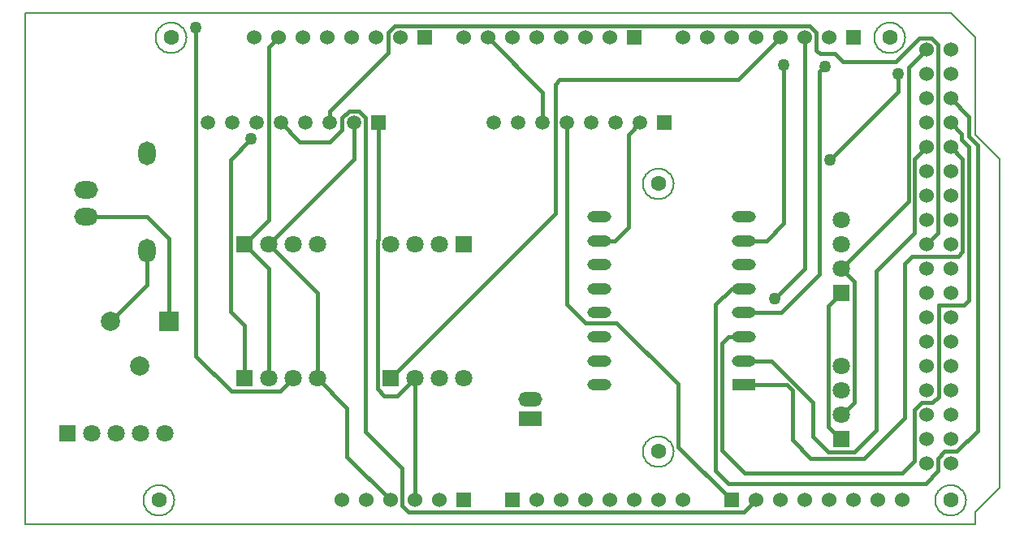
<source format=gtl>
%FSTAX23Y23*%
%MOIN*%
%SFA1B1*%

%IPPOS*%
%ADD10C,0.015000*%
%ADD11C,0.005000*%
%ADD12C,0.059000*%
%ADD13R,0.059000X0.059000*%
%ADD14C,0.071000*%
%ADD15R,0.071000X0.071000*%
%ADD16R,0.098000X0.047000*%
%ADD17O,0.098000X0.047000*%
%ADD18C,0.060000*%
%ADD19R,0.079000X0.079000*%
%ADD20C,0.079000*%
%ADD21O,0.071000X0.098000*%
%ADD22O,0.098000X0.071000*%
%ADD23R,0.060000X0.060000*%
%ADD24R,0.071000X0.071000*%
%ADD25C,0.063000*%
%ADD26R,0.098000X0.059000*%
%ADD27O,0.098000X0.059000*%
%ADD28C,0.050000*%
%LNdrivecontroller-1*%
%LPD*%
G54D10*
X03077Y00927D02*
X032Y0105D01*
Y02*
X00702Y00692D02*
Y02041D01*
Y00692D02*
X00847Y00547D01*
X01047*
X011Y006*
X037Y0115D02*
X03748Y01198D01*
Y0197*
X0372Y01998D02*
X03748Y0197D01*
X03671Y01998D02*
X0372D01*
X03575Y01902D02*
X03671Y01998D01*
X03357Y01902D02*
X03575D01*
X03325Y01934D02*
X03357Y01902D01*
X03264Y01934D02*
X03325D01*
X03249Y01949D02*
X03264Y01934D01*
X03249Y01949D02*
Y0202D01*
X03221Y02048D02*
X03249Y0202D01*
X01518Y02048D02*
X03221D01*
X0149Y0202D02*
X01518Y02048D01*
X0149Y01939D02*
Y0202D01*
X0125Y01699D02*
X0149Y01939D01*
X0125Y0165D02*
Y01699D01*
X03652Y01503D02*
X037Y0155D01*
X03652Y01199D02*
Y01503D01*
X03495Y01041D02*
X03652Y01199D01*
X03495Y00389D02*
Y01041D01*
X03403Y00297D02*
X03495Y00389D01*
X03297Y00297D02*
X03403D01*
X03233Y00361D02*
X03297Y00297D01*
X03233Y00361D02*
Y00503D01*
X03063Y00673D02*
X03233Y00503D01*
X0295Y00673D02*
X03063D01*
X029Y00969D02*
X0295D01*
X02835Y00904D02*
X029Y00969D01*
X02835Y0022D02*
Y00904D01*
Y0022D02*
X02887Y00168D01*
X03696*
X03748Y0022*
Y00273*
X03775Y003*
X03824*
X0391Y00386*
Y01558*
X03874Y01594D02*
X0391Y01558D01*
X03874Y01594D02*
Y01676D01*
X038Y0175D02*
X03874Y01676D01*
X0295Y01166D02*
X03043D01*
X03114Y01237*
Y01887*
X03305Y01498D02*
X03585Y01778D01*
Y0185*
X03297Y00403D02*
X0335Y0035D01*
X03297Y00403D02*
Y00897D01*
X0335Y0095*
X009Y0115D02*
X01Y0125D01*
Y0196*
X0104Y02*
X01Y006D02*
Y0105D01*
X009Y0115D02*
X01Y0105D01*
X012Y006D02*
Y0095D01*
X01Y0115D02*
X012Y0095D01*
X005Y00985D02*
Y01125D01*
X0035Y00835D02*
X005Y00985D01*
X0105Y0165D02*
X01129Y01571D01*
X0125*
X01302Y01623*
Y0167*
X0133Y01698*
X0137*
X01398Y0167*
Y00382D02*
Y0167D01*
Y00382D02*
X01549Y00231D01*
Y00078D02*
Y00231D01*
Y00078D02*
X01575Y00052D01*
X02952*
X03Y001*
X012Y006D02*
X01321Y00479D01*
Y00279D02*
Y00479D01*
Y00279D02*
X015Y001D01*
X02927Y01827D02*
X031Y02D01*
X02195Y01827D02*
X02927D01*
X02177Y01809D02*
X02195Y01827D01*
X02177Y01277D02*
Y01809D01*
X015Y006D02*
X02177Y01277D01*
X0295Y0087D02*
X03104D01*
X03262Y01028*
Y01862*
X03283Y01883*
X02225Y00904D02*
Y0165D01*
Y00904D02*
X023Y00829D01*
X02429*
X02681Y00577*
Y00319D02*
Y00577D01*
Y00319D02*
X029Y001D01*
X0145Y01171D02*
Y0165D01*
X01447Y01168D02*
X0145Y01171D01*
X01447Y00557D02*
Y01168D01*
Y00557D02*
X01475Y00529D01*
X01529*
X016Y006*
X0295Y00575D02*
X03126D01*
X0315Y00551*
Y00347D02*
Y00551D01*
Y00347D02*
X03225Y00272D01*
X03443*
X0361Y00439*
Y0107*
X03642Y01102*
X0383*
X03848Y0112*
Y01502*
X038Y0155D02*
X03848Y01502D01*
X02887Y00772D02*
X0295D01*
X0286Y00745D02*
X02887Y00772D01*
X0286Y00304D02*
Y00745D01*
Y00304D02*
X02954Y0021D01*
X036*
X03652Y00262*
Y0047*
X03682Y005*
X03725*
X0375Y00525*
Y009*
X03752Y00902*
X03855*
X03873Y0092*
Y01552*
X03844Y01581D02*
X03873Y01552D01*
X03844Y01581D02*
Y01606D01*
X038Y0165D02*
X03844Y01606D01*
X009Y006D02*
Y00818D01*
X00843Y00875D02*
X009Y00818D01*
X00843Y00875D02*
Y01499D01*
X00929Y01585*
X0335Y0105D02*
X03628Y01327D01*
Y01878*
X037Y0195*
X02125Y0165D02*
Y01775D01*
X019Y02D02*
X02125Y01775D01*
X0059Y00835D02*
Y01175D01*
X005Y01265D02*
X0059Y01175D01*
X0025Y01265D02*
X005D01*
X0135Y015D02*
Y0165D01*
X01Y0115D02*
X0135Y015D01*
X02476Y01601D02*
X02525Y0165D01*
X02476Y0122D02*
Y01601D01*
X02422Y01166D02*
X02476Y0122D01*
X02359Y01166D02*
X02422D01*
X0335Y0105D02*
X03403Y00997D01*
Y00503D02*
Y00997D01*
X0335Y0045D02*
X03403Y00503D01*
X016Y001D02*
Y006D01*
G54D11*
X03863Y001D02*
D01*
X03862Y00104*
X03862Y00108*
X03861Y00113*
X0386Y00117*
X03859Y00121*
X03857Y00125*
X03855Y00129*
X03853Y00133*
X0385Y00137*
X03848Y0014*
X03845Y00143*
X03842Y00146*
X03838Y00149*
X03835Y00152*
X03831Y00154*
X03827Y00156*
X03823Y00158*
X03819Y00159*
X03815Y00161*
X0381Y00162*
X03806Y00162*
X03802Y00162*
X03797*
X03793Y00162*
X03789Y00162*
X03784Y00161*
X0378Y00159*
X03776Y00158*
X03772Y00156*
X03768Y00154*
X03764Y00152*
X03761Y00149*
X03757Y00146*
X03754Y00143*
X03751Y0014*
X03749Y00137*
X03746Y00133*
X03744Y00129*
X03742Y00125*
X0374Y00121*
X03739Y00117*
X03738Y00113*
X03737Y00108*
X03737Y00104*
X03737Y001*
X03737Y00095*
X03737Y00091*
X03738Y00086*
X03739Y00082*
X0374Y00078*
X03742Y00074*
X03744Y0007*
X03746Y00066*
X03749Y00062*
X03751Y00059*
X03754Y00056*
X03757Y00053*
X03761Y0005*
X03764Y00047*
X03768Y00045*
X03772Y00043*
X03776Y00041*
X0378Y0004*
X03784Y00038*
X03789Y00037*
X03793Y00037*
X03797Y00037*
X03802*
X03806Y00037*
X0381Y00037*
X03815Y00038*
X03819Y0004*
X03823Y00041*
X03827Y00043*
X03831Y00045*
X03835Y00047*
X03838Y0005*
X03842Y00053*
X03845Y00056*
X03848Y00059*
X0385Y00062*
X03853Y00066*
X03855Y0007*
X03857Y00074*
X03859Y00078*
X0386Y00082*
X03861Y00086*
X03862Y00091*
X03862Y00095*
X03863Y001*
X03613Y02D02*
D01*
X03612Y02004*
X03612Y02008*
X03611Y02013*
X0361Y02017*
X03609Y02021*
X03607Y02025*
X03605Y02029*
X03603Y02033*
X036Y02037*
X03598Y0204*
X03595Y02043*
X03592Y02046*
X03588Y02049*
X03585Y02052*
X03581Y02054*
X03577Y02056*
X03573Y02058*
X03569Y02059*
X03565Y02061*
X0356Y02062*
X03556Y02062*
X03552Y02062*
X03547*
X03543Y02062*
X03539Y02062*
X03534Y02061*
X0353Y02059*
X03526Y02058*
X03522Y02056*
X03518Y02054*
X03514Y02052*
X03511Y02049*
X03507Y02046*
X03504Y02043*
X03501Y0204*
X03499Y02037*
X03496Y02033*
X03494Y02029*
X03492Y02025*
X0349Y02021*
X03489Y02017*
X03488Y02013*
X03487Y02008*
X03487Y02004*
X03487Y02*
X03487Y01995*
X03487Y01991*
X03488Y01986*
X03489Y01982*
X0349Y01978*
X03492Y01974*
X03494Y0197*
X03496Y01966*
X03499Y01962*
X03501Y01959*
X03504Y01956*
X03507Y01953*
X03511Y0195*
X03514Y01947*
X03518Y01945*
X03522Y01943*
X03526Y01941*
X0353Y0194*
X03534Y01938*
X03539Y01937*
X03543Y01937*
X03547Y01937*
X03552*
X03556Y01937*
X0356Y01937*
X03565Y01938*
X03569Y0194*
X03573Y01941*
X03577Y01943*
X03581Y01945*
X03585Y01947*
X03588Y0195*
X03592Y01953*
X03595Y01956*
X03598Y01959*
X036Y01962*
X03603Y01966*
X03605Y0197*
X03607Y01974*
X03609Y01978*
X0361Y01982*
X03611Y01986*
X03612Y01991*
X03612Y01995*
X03613Y02*
X02663Y014D02*
D01*
X02662Y01404*
X02662Y01408*
X02661Y01413*
X0266Y01417*
X02659Y01421*
X02657Y01425*
X02655Y01429*
X02653Y01433*
X0265Y01437*
X02648Y0144*
X02645Y01443*
X02642Y01446*
X02638Y01449*
X02635Y01452*
X02631Y01454*
X02627Y01456*
X02623Y01458*
X02619Y01459*
X02615Y01461*
X0261Y01462*
X02606Y01462*
X02602Y01462*
X02597*
X02593Y01462*
X02589Y01462*
X02584Y01461*
X0258Y01459*
X02576Y01458*
X02572Y01456*
X02568Y01454*
X02564Y01452*
X02561Y01449*
X02557Y01446*
X02554Y01443*
X02551Y0144*
X02549Y01437*
X02546Y01433*
X02544Y01429*
X02542Y01425*
X0254Y01421*
X02539Y01417*
X02538Y01413*
X02537Y01408*
X02537Y01404*
X02537Y014*
X02537Y01395*
X02537Y01391*
X02538Y01386*
X02539Y01382*
X0254Y01378*
X02542Y01374*
X02544Y0137*
X02546Y01366*
X02549Y01362*
X02551Y01359*
X02554Y01356*
X02557Y01353*
X02561Y0135*
X02564Y01347*
X02568Y01345*
X02572Y01343*
X02576Y01341*
X0258Y0134*
X02584Y01338*
X02589Y01337*
X02593Y01337*
X02597Y01337*
X02602*
X02606Y01337*
X0261Y01337*
X02615Y01338*
X02619Y0134*
X02623Y01341*
X02627Y01343*
X02631Y01345*
X02635Y01347*
X02638Y0135*
X02642Y01353*
X02645Y01356*
X02648Y01359*
X0265Y01362*
X02653Y01366*
X02655Y0137*
X02657Y01374*
X02659Y01378*
X0266Y01382*
X02661Y01386*
X02662Y01391*
X02662Y01395*
X02663Y014*
X00613Y001D02*
D01*
X00612Y00104*
X00612Y00108*
X00611Y00113*
X0061Y00117*
X00609Y00121*
X00607Y00125*
X00605Y00129*
X00603Y00133*
X006Y00137*
X00598Y0014*
X00595Y00143*
X00592Y00146*
X00588Y00149*
X00585Y00152*
X00581Y00154*
X00577Y00156*
X00573Y00158*
X00569Y00159*
X00565Y00161*
X0056Y00162*
X00556Y00162*
X00552Y00162*
X00547*
X00543Y00162*
X00539Y00162*
X00534Y00161*
X0053Y00159*
X00526Y00158*
X00522Y00156*
X00518Y00154*
X00514Y00152*
X00511Y00149*
X00507Y00146*
X00504Y00143*
X00501Y0014*
X00499Y00137*
X00496Y00133*
X00494Y00129*
X00492Y00125*
X0049Y00121*
X00489Y00117*
X00488Y00113*
X00487Y00108*
X00487Y00104*
X00487Y001*
X00487Y00095*
X00487Y00091*
X00488Y00086*
X00489Y00082*
X0049Y00078*
X00492Y00074*
X00494Y0007*
X00496Y00066*
X00499Y00062*
X00501Y00059*
X00504Y00056*
X00507Y00053*
X00511Y0005*
X00514Y00047*
X00518Y00045*
X00522Y00043*
X00526Y00041*
X0053Y0004*
X00534Y00038*
X00539Y00037*
X00543Y00037*
X00547Y00037*
X00552*
X00556Y00037*
X0056Y00037*
X00565Y00038*
X00569Y0004*
X00573Y00041*
X00577Y00043*
X00581Y00045*
X00585Y00047*
X00588Y0005*
X00592Y00053*
X00595Y00056*
X00598Y00059*
X006Y00062*
X00603Y00066*
X00605Y0007*
X00607Y00074*
X00609Y00078*
X0061Y00082*
X00611Y00086*
X00612Y00091*
X00612Y00095*
X00613Y001*
X02663Y003D02*
D01*
X02662Y00304*
X02662Y00308*
X02661Y00313*
X0266Y00317*
X02659Y00321*
X02657Y00325*
X02655Y00329*
X02653Y00333*
X0265Y00337*
X02648Y0034*
X02645Y00343*
X02642Y00346*
X02638Y00349*
X02635Y00352*
X02631Y00354*
X02627Y00356*
X02623Y00358*
X02619Y00359*
X02615Y00361*
X0261Y00362*
X02606Y00362*
X02602Y00362*
X02597*
X02593Y00362*
X02589Y00362*
X02584Y00361*
X0258Y00359*
X02576Y00358*
X02572Y00356*
X02568Y00354*
X02564Y00352*
X02561Y00349*
X02557Y00346*
X02554Y00343*
X02551Y0034*
X02549Y00337*
X02546Y00333*
X02544Y00329*
X02542Y00325*
X0254Y00321*
X02539Y00317*
X02538Y00313*
X02537Y00308*
X02537Y00304*
X02537Y003*
X02537Y00295*
X02537Y00291*
X02538Y00286*
X02539Y00282*
X0254Y00278*
X02542Y00274*
X02544Y0027*
X02546Y00266*
X02549Y00262*
X02551Y00259*
X02554Y00256*
X02557Y00253*
X02561Y0025*
X02564Y00247*
X02568Y00245*
X02572Y00243*
X02576Y00241*
X0258Y0024*
X02584Y00238*
X02589Y00237*
X02593Y00237*
X02597Y00237*
X02602*
X02606Y00237*
X0261Y00237*
X02615Y00238*
X02619Y0024*
X02623Y00241*
X02627Y00243*
X02631Y00245*
X02635Y00247*
X02638Y0025*
X02642Y00253*
X02645Y00256*
X02648Y00259*
X0265Y00262*
X02653Y00266*
X02655Y0027*
X02657Y00274*
X02659Y00278*
X0266Y00282*
X02661Y00286*
X02662Y00291*
X02662Y00295*
X02663Y003*
X00663Y02D02*
D01*
X00662Y02004*
X00662Y02008*
X00661Y02013*
X0066Y02017*
X00659Y02021*
X00657Y02025*
X00655Y02029*
X00653Y02033*
X0065Y02037*
X00648Y0204*
X00645Y02043*
X00642Y02046*
X00638Y02049*
X00635Y02052*
X00631Y02054*
X00627Y02056*
X00623Y02058*
X00619Y02059*
X00615Y02061*
X0061Y02062*
X00606Y02062*
X00602Y02062*
X00597*
X00593Y02062*
X00589Y02062*
X00584Y02061*
X0058Y02059*
X00576Y02058*
X00572Y02056*
X00568Y02054*
X00564Y02052*
X00561Y02049*
X00557Y02046*
X00554Y02043*
X00551Y0204*
X00549Y02037*
X00546Y02033*
X00544Y02029*
X00542Y02025*
X0054Y02021*
X00539Y02017*
X00538Y02013*
X00537Y02008*
X00537Y02004*
X00537Y02*
X00537Y01995*
X00537Y01991*
X00538Y01986*
X00539Y01982*
X0054Y01978*
X00542Y01974*
X00544Y0197*
X00546Y01966*
X00549Y01962*
X00551Y01959*
X00554Y01956*
X00557Y01953*
X00561Y0195*
X00564Y01947*
X00568Y01945*
X00572Y01943*
X00576Y01941*
X0058Y0194*
X00584Y01938*
X00589Y01937*
X00593Y01937*
X00597Y01937*
X00602*
X00606Y01937*
X0061Y01937*
X00615Y01938*
X00619Y0194*
X00623Y01941*
X00627Y01943*
X00631Y01945*
X00635Y01947*
X00638Y0195*
X00642Y01953*
X00645Y01956*
X00648Y01959*
X0065Y01962*
X00653Y01966*
X00655Y0197*
X00657Y01974*
X00659Y01978*
X0066Y01982*
X00661Y01986*
X00662Y01991*
X00662Y01995*
X00663Y02*
X0Y0D02*
Y021D01*
X038*
X0Y0D02*
X039D01*
X038Y021D02*
X039Y02D01*
Y016D02*
Y02D01*
Y016D02*
X04Y015D01*
Y0015D02*
Y015D01*
X039Y0005D02*
X04Y0015D01*
X039Y0D02*
Y0005D01*
G54D12*
X01925Y0165D03*
X02025D03*
X02125D03*
X02225D03*
X02325D03*
X02425D03*
X02525D03*
X0075D03*
X0085D03*
X0095D03*
X0105D03*
X0115D03*
X0125D03*
X0135D03*
G54D13*
X02625Y0165D03*
X0145D03*
G54D14*
X0335Y0125D03*
Y0115D03*
Y0105D03*
Y0065D03*
Y0055D03*
Y0045D03*
X012Y0115D03*
X011D03*
X01D03*
X00275Y00375D03*
X00375D03*
X00475D03*
X00575D03*
X012Y006D03*
X011D03*
X01D03*
X018D03*
X017D03*
X016D03*
X015Y0115D03*
X016D03*
X017D03*
G54D15*
X0335Y0095D03*
Y0035D03*
G54D16*
X0295Y00575D03*
G54D17*
X0295Y00673D03*
Y00772D03*
Y0087D03*
Y00969D03*
Y01067D03*
Y01166D03*
Y01264D03*
X02359Y00575D03*
Y00673D03*
Y00772D03*
Y0087D03*
Y00969D03*
Y01067D03*
Y01166D03*
Y01264D03*
G54D18*
X038Y0195D03*
X037D03*
X038Y0185D03*
X037D03*
X038Y0175D03*
X037D03*
X038Y0165D03*
X037D03*
X038Y0155D03*
X037D03*
X038Y0145D03*
X037D03*
X038Y0135D03*
X037D03*
X038Y0125D03*
X037D03*
X038Y0115D03*
X037D03*
Y0105D03*
X038D03*
Y0095D03*
X037D03*
X038Y0085D03*
X037D03*
X038Y0075D03*
X037D03*
X038Y0065D03*
X037D03*
X038Y0055D03*
X037D03*
X038Y0045D03*
X037D03*
X038Y0035D03*
X037D03*
X038Y0025D03*
X037D03*
X023Y02D03*
X024D03*
X018D03*
X019D03*
X02D03*
X021D03*
X022D03*
X0144D03*
X0154D03*
X0094D03*
X0104D03*
X0114D03*
X0124D03*
X0134D03*
X017Y001D03*
X016D03*
X015D03*
X014D03*
X013D03*
X032Y02D03*
X033D03*
X027D03*
X028D03*
X029D03*
X03D03*
X031D03*
X022Y001D03*
X021D03*
X027D03*
X026D03*
X025D03*
X024D03*
X023D03*
X031D03*
X03D03*
X036D03*
X035D03*
X034D03*
X033D03*
X032D03*
G54D19*
X0059Y00835D03*
G54D20*
X0035Y00835D03*
X0047Y0065D03*
G54D21*
X005Y01525D03*
Y01125D03*
G54D22*
X0025Y01375D03*
Y01265D03*
G54D23*
X025Y02D03*
X0164D03*
X018Y001D03*
X034Y02D03*
X02Y001D03*
X029D03*
G54D24*
X009Y0115D03*
X00175Y00375D03*
X009Y006D03*
X015D03*
X018Y0115D03*
G54D25*
X0355Y02D03*
X038Y001D03*
X026Y003D03*
Y014D03*
X0055Y001D03*
X006Y02D03*
G54D26*
X02075Y00436D03*
G54D27*
X02075Y00514D03*
G54D28*
X03077Y00927D03*
X00702Y02041D03*
X03114Y01887D03*
X03305Y01498D03*
X03585Y0185D03*
X03283Y01883D03*
X00929Y01585D03*
M02*
</source>
